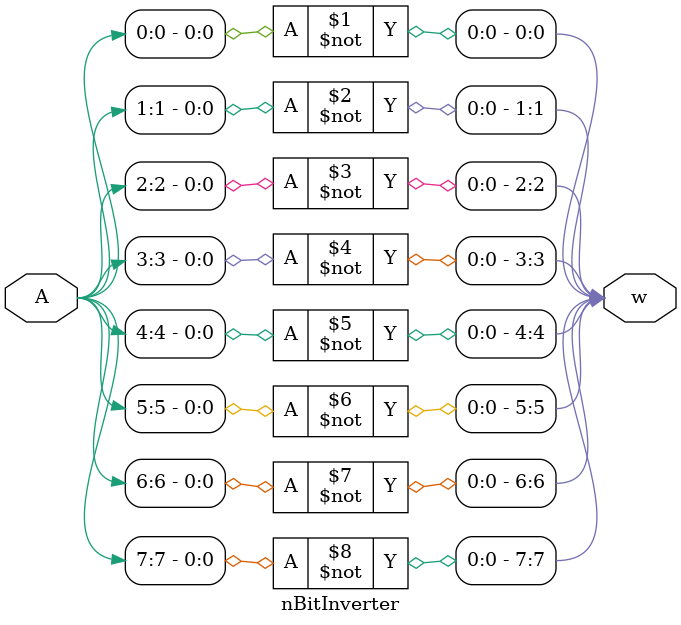
<source format=v>
`timescale 1ns/1ns
module nBitInverter(A, w);
	parameter SIZE = 8;
	input [SIZE-1:0]A;
	output [SIZE-1:0]w;

	genvar i;
	generate
		for(i=0; i<SIZE; i=i+1) begin: inverter
			assign #(5,7) w[i] = ~A[i];
		end
	endgenerate
endmodule

</source>
